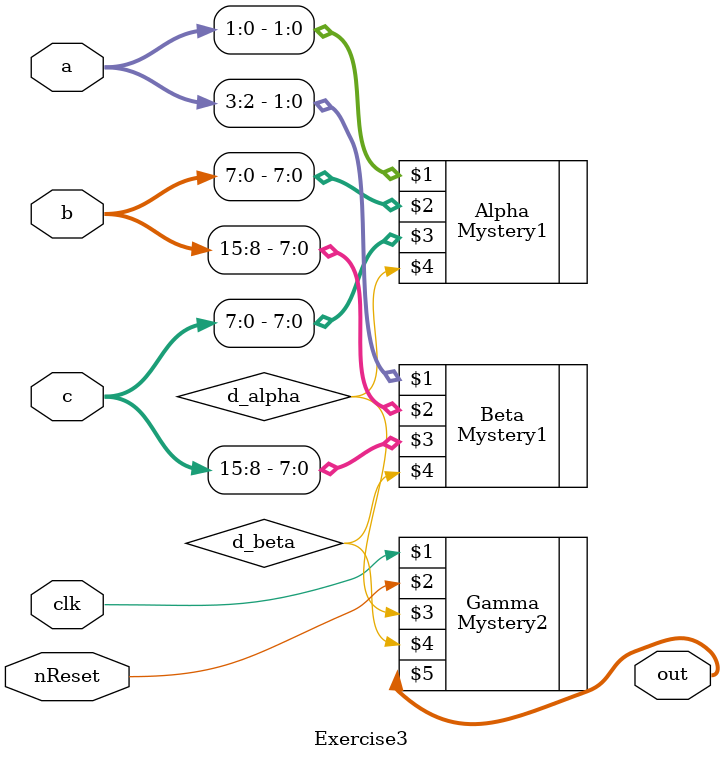
<source format=sv>
module Exercise3 (
    input clk,
    input nReset,
    input [3:0] a,
    input [15:0] b,
    input [15:0] c,
    output [15:0] out
);
    
    Mystery1 Alpha(a[1:0], b[7:0], c[7:0], d_alpha);
    Mystery1 Beta(a[3:2], b[15:8], c[15:8], d_beta);
    Mystery2 Gamma(clk, nReset, d_alpha, d_beta, out);

endmodule

</source>
